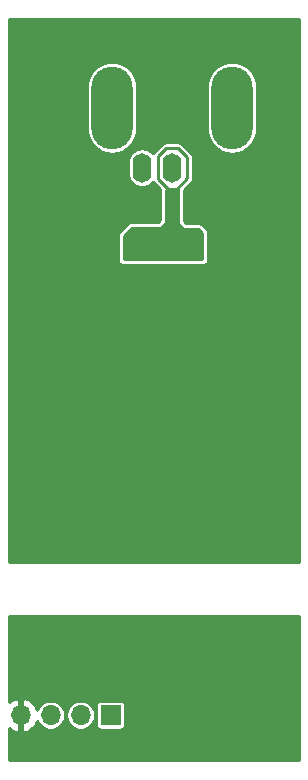
<source format=gbl>
%TF.GenerationSoftware,KiCad,Pcbnew,(5.1.10)-1*%
%TF.CreationDate,2021-06-08T21:02:16-05:00*%
%TF.ProjectId,phMeter,70684d65-7465-4722-9e6b-696361645f70,rev?*%
%TF.SameCoordinates,Original*%
%TF.FileFunction,Copper,L2,Bot*%
%TF.FilePolarity,Positive*%
%FSLAX46Y46*%
G04 Gerber Fmt 4.6, Leading zero omitted, Abs format (unit mm)*
G04 Created by KiCad (PCBNEW (5.1.10)-1) date 2021-06-08 21:02:16*
%MOMM*%
%LPD*%
G01*
G04 APERTURE LIST*
%TA.AperFunction,ComponentPad*%
%ADD10R,1.700000X1.700000*%
%TD*%
%TA.AperFunction,ComponentPad*%
%ADD11O,1.700000X1.700000*%
%TD*%
%TA.AperFunction,ComponentPad*%
%ADD12O,3.500000X7.000000*%
%TD*%
%TA.AperFunction,ComponentPad*%
%ADD13O,1.600000X2.500000*%
%TD*%
%TA.AperFunction,ViaPad*%
%ADD14C,0.800000*%
%TD*%
%TA.AperFunction,Conductor*%
%ADD15C,0.250000*%
%TD*%
%TA.AperFunction,Conductor*%
%ADD16C,0.254000*%
%TD*%
%TA.AperFunction,Conductor*%
%ADD17C,0.100000*%
%TD*%
G04 APERTURE END LIST*
D10*
%TO.P,J3,1*%
%TO.N,/SDA*%
X146177000Y-132969000D03*
D11*
%TO.P,J3,2*%
%TO.N,/SCL*%
X143637000Y-132969000D03*
%TO.P,J3,3*%
%TO.N,VDD*%
X141097000Y-132969000D03*
%TO.P,J3,4*%
%TO.N,GND*%
X138557000Y-132969000D03*
%TD*%
D12*
%TO.P,J1,S1*%
%TO.N,N/C*%
X146304000Y-81534000D03*
%TO.P,J1,S2*%
X156464000Y-81534000D03*
D13*
%TO.P,J1,1*%
%TO.N,Net-(J1-Pad1)*%
X151384000Y-86614000D03*
%TO.P,J1,2*%
%TO.N,Net-(J1-Pad2)*%
X148844000Y-86614000D03*
%TD*%
D14*
%TO.N,GND*%
X148082000Y-127254000D03*
X150876000Y-127254000D03*
X152146000Y-127254000D03*
X154686000Y-127254000D03*
X152146000Y-130302000D03*
X156464000Y-129286000D03*
X155448000Y-132334000D03*
X157226000Y-130556000D03*
X153065060Y-127674379D03*
%TO.N,/PROBE_V_OUT*%
X150622000Y-94107000D03*
X152146000Y-94107000D03*
X152146000Y-92837000D03*
%TO.N,GNDS*%
X154178000Y-117094000D03*
X152146000Y-117094000D03*
X150876000Y-117094000D03*
X148082000Y-117094000D03*
X146050000Y-117094000D03*
X144272000Y-117094000D03*
X143510000Y-114046000D03*
X157480000Y-115824000D03*
X158496000Y-116586000D03*
X148082000Y-109982000D03*
X149098000Y-109982000D03*
X150368000Y-105664000D03*
X149606000Y-108458000D03*
X150622000Y-95504000D03*
X141224000Y-95504000D03*
X143256000Y-82804000D03*
X143256000Y-83820000D03*
X138684000Y-83820000D03*
X147227209Y-105756791D03*
X139319000Y-87122000D03*
X139954000Y-98552000D03*
X143002000Y-81026000D03*
X143510000Y-109982000D03*
X145288000Y-109982000D03*
X149098000Y-98552000D03*
X144907000Y-104394000D03*
X152273000Y-104394000D03*
X150287490Y-114041593D03*
%TD*%
D15*
%TO.N,/PROBE_V_OUT*%
X151384000Y-88392000D02*
X151765000Y-88392000D01*
X151765000Y-88392000D02*
X152654000Y-87503000D01*
X152654000Y-87503000D02*
X152654000Y-85725000D01*
X152654000Y-85725000D02*
X151892000Y-84963000D01*
X150204990Y-87552361D02*
X150204990Y-85634010D01*
X151044629Y-88392000D02*
X150204990Y-87552361D01*
X151384000Y-88392000D02*
X151044629Y-88392000D01*
X150876000Y-84963000D02*
X151892000Y-84963000D01*
X150204990Y-85634010D02*
X150876000Y-84963000D01*
X151384000Y-93345000D02*
X152146000Y-94107000D01*
X151384000Y-88392000D02*
X151384000Y-93345000D01*
%TD*%
D16*
%TO.N,GND*%
X162154000Y-136754000D02*
X137566000Y-136754000D01*
X137566000Y-134073502D01*
X137790080Y-134240641D01*
X138052901Y-134365825D01*
X138200110Y-134410476D01*
X138430000Y-134289155D01*
X138430000Y-133096000D01*
X138410000Y-133096000D01*
X138410000Y-132842000D01*
X138430000Y-132842000D01*
X138430000Y-131648845D01*
X138684000Y-131648845D01*
X138684000Y-132842000D01*
X138704000Y-132842000D01*
X138704000Y-133096000D01*
X138684000Y-133096000D01*
X138684000Y-134289155D01*
X138913890Y-134410476D01*
X139061099Y-134365825D01*
X139323920Y-134240641D01*
X139557269Y-134066588D01*
X139752178Y-133850355D01*
X139901157Y-133600252D01*
X139958772Y-133437832D01*
X140006102Y-133552097D01*
X140140820Y-133753717D01*
X140312283Y-133925180D01*
X140513903Y-134059898D01*
X140737931Y-134152693D01*
X140975757Y-134200000D01*
X141218243Y-134200000D01*
X141456069Y-134152693D01*
X141680097Y-134059898D01*
X141881717Y-133925180D01*
X142053180Y-133753717D01*
X142187898Y-133552097D01*
X142280693Y-133328069D01*
X142328000Y-133090243D01*
X142328000Y-132847757D01*
X142406000Y-132847757D01*
X142406000Y-133090243D01*
X142453307Y-133328069D01*
X142546102Y-133552097D01*
X142680820Y-133753717D01*
X142852283Y-133925180D01*
X143053903Y-134059898D01*
X143277931Y-134152693D01*
X143515757Y-134200000D01*
X143758243Y-134200000D01*
X143996069Y-134152693D01*
X144220097Y-134059898D01*
X144421717Y-133925180D01*
X144593180Y-133753717D01*
X144727898Y-133552097D01*
X144820693Y-133328069D01*
X144868000Y-133090243D01*
X144868000Y-132847757D01*
X144820693Y-132609931D01*
X144727898Y-132385903D01*
X144593180Y-132184283D01*
X144527897Y-132119000D01*
X144944157Y-132119000D01*
X144944157Y-133819000D01*
X144951513Y-133893689D01*
X144973299Y-133965508D01*
X145008678Y-134031696D01*
X145056289Y-134089711D01*
X145114304Y-134137322D01*
X145180492Y-134172701D01*
X145252311Y-134194487D01*
X145327000Y-134201843D01*
X147027000Y-134201843D01*
X147101689Y-134194487D01*
X147173508Y-134172701D01*
X147239696Y-134137322D01*
X147297711Y-134089711D01*
X147345322Y-134031696D01*
X147380701Y-133965508D01*
X147402487Y-133893689D01*
X147409843Y-133819000D01*
X147409843Y-132119000D01*
X147402487Y-132044311D01*
X147380701Y-131972492D01*
X147345322Y-131906304D01*
X147297711Y-131848289D01*
X147239696Y-131800678D01*
X147173508Y-131765299D01*
X147101689Y-131743513D01*
X147027000Y-131736157D01*
X145327000Y-131736157D01*
X145252311Y-131743513D01*
X145180492Y-131765299D01*
X145114304Y-131800678D01*
X145056289Y-131848289D01*
X145008678Y-131906304D01*
X144973299Y-131972492D01*
X144951513Y-132044311D01*
X144944157Y-132119000D01*
X144527897Y-132119000D01*
X144421717Y-132012820D01*
X144220097Y-131878102D01*
X143996069Y-131785307D01*
X143758243Y-131738000D01*
X143515757Y-131738000D01*
X143277931Y-131785307D01*
X143053903Y-131878102D01*
X142852283Y-132012820D01*
X142680820Y-132184283D01*
X142546102Y-132385903D01*
X142453307Y-132609931D01*
X142406000Y-132847757D01*
X142328000Y-132847757D01*
X142280693Y-132609931D01*
X142187898Y-132385903D01*
X142053180Y-132184283D01*
X141881717Y-132012820D01*
X141680097Y-131878102D01*
X141456069Y-131785307D01*
X141218243Y-131738000D01*
X140975757Y-131738000D01*
X140737931Y-131785307D01*
X140513903Y-131878102D01*
X140312283Y-132012820D01*
X140140820Y-132184283D01*
X140006102Y-132385903D01*
X139958772Y-132500168D01*
X139901157Y-132337748D01*
X139752178Y-132087645D01*
X139557269Y-131871412D01*
X139323920Y-131697359D01*
X139061099Y-131572175D01*
X138913890Y-131527524D01*
X138684000Y-131648845D01*
X138430000Y-131648845D01*
X138200110Y-131527524D01*
X138052901Y-131572175D01*
X137790080Y-131697359D01*
X137566000Y-131864498D01*
X137566000Y-124587000D01*
X162154000Y-124587000D01*
X162154000Y-136754000D01*
%TA.AperFunction,Conductor*%
D17*
G36*
X162154000Y-136754000D02*
G01*
X137566000Y-136754000D01*
X137566000Y-134073502D01*
X137790080Y-134240641D01*
X138052901Y-134365825D01*
X138200110Y-134410476D01*
X138430000Y-134289155D01*
X138430000Y-133096000D01*
X138410000Y-133096000D01*
X138410000Y-132842000D01*
X138430000Y-132842000D01*
X138430000Y-131648845D01*
X138684000Y-131648845D01*
X138684000Y-132842000D01*
X138704000Y-132842000D01*
X138704000Y-133096000D01*
X138684000Y-133096000D01*
X138684000Y-134289155D01*
X138913890Y-134410476D01*
X139061099Y-134365825D01*
X139323920Y-134240641D01*
X139557269Y-134066588D01*
X139752178Y-133850355D01*
X139901157Y-133600252D01*
X139958772Y-133437832D01*
X140006102Y-133552097D01*
X140140820Y-133753717D01*
X140312283Y-133925180D01*
X140513903Y-134059898D01*
X140737931Y-134152693D01*
X140975757Y-134200000D01*
X141218243Y-134200000D01*
X141456069Y-134152693D01*
X141680097Y-134059898D01*
X141881717Y-133925180D01*
X142053180Y-133753717D01*
X142187898Y-133552097D01*
X142280693Y-133328069D01*
X142328000Y-133090243D01*
X142328000Y-132847757D01*
X142406000Y-132847757D01*
X142406000Y-133090243D01*
X142453307Y-133328069D01*
X142546102Y-133552097D01*
X142680820Y-133753717D01*
X142852283Y-133925180D01*
X143053903Y-134059898D01*
X143277931Y-134152693D01*
X143515757Y-134200000D01*
X143758243Y-134200000D01*
X143996069Y-134152693D01*
X144220097Y-134059898D01*
X144421717Y-133925180D01*
X144593180Y-133753717D01*
X144727898Y-133552097D01*
X144820693Y-133328069D01*
X144868000Y-133090243D01*
X144868000Y-132847757D01*
X144820693Y-132609931D01*
X144727898Y-132385903D01*
X144593180Y-132184283D01*
X144527897Y-132119000D01*
X144944157Y-132119000D01*
X144944157Y-133819000D01*
X144951513Y-133893689D01*
X144973299Y-133965508D01*
X145008678Y-134031696D01*
X145056289Y-134089711D01*
X145114304Y-134137322D01*
X145180492Y-134172701D01*
X145252311Y-134194487D01*
X145327000Y-134201843D01*
X147027000Y-134201843D01*
X147101689Y-134194487D01*
X147173508Y-134172701D01*
X147239696Y-134137322D01*
X147297711Y-134089711D01*
X147345322Y-134031696D01*
X147380701Y-133965508D01*
X147402487Y-133893689D01*
X147409843Y-133819000D01*
X147409843Y-132119000D01*
X147402487Y-132044311D01*
X147380701Y-131972492D01*
X147345322Y-131906304D01*
X147297711Y-131848289D01*
X147239696Y-131800678D01*
X147173508Y-131765299D01*
X147101689Y-131743513D01*
X147027000Y-131736157D01*
X145327000Y-131736157D01*
X145252311Y-131743513D01*
X145180492Y-131765299D01*
X145114304Y-131800678D01*
X145056289Y-131848289D01*
X145008678Y-131906304D01*
X144973299Y-131972492D01*
X144951513Y-132044311D01*
X144944157Y-132119000D01*
X144527897Y-132119000D01*
X144421717Y-132012820D01*
X144220097Y-131878102D01*
X143996069Y-131785307D01*
X143758243Y-131738000D01*
X143515757Y-131738000D01*
X143277931Y-131785307D01*
X143053903Y-131878102D01*
X142852283Y-132012820D01*
X142680820Y-132184283D01*
X142546102Y-132385903D01*
X142453307Y-132609931D01*
X142406000Y-132847757D01*
X142328000Y-132847757D01*
X142280693Y-132609931D01*
X142187898Y-132385903D01*
X142053180Y-132184283D01*
X141881717Y-132012820D01*
X141680097Y-131878102D01*
X141456069Y-131785307D01*
X141218243Y-131738000D01*
X140975757Y-131738000D01*
X140737931Y-131785307D01*
X140513903Y-131878102D01*
X140312283Y-132012820D01*
X140140820Y-132184283D01*
X140006102Y-132385903D01*
X139958772Y-132500168D01*
X139901157Y-132337748D01*
X139752178Y-132087645D01*
X139557269Y-131871412D01*
X139323920Y-131697359D01*
X139061099Y-131572175D01*
X138913890Y-131527524D01*
X138684000Y-131648845D01*
X138430000Y-131648845D01*
X138200110Y-131527524D01*
X138052901Y-131572175D01*
X137790080Y-131697359D01*
X137566000Y-131864498D01*
X137566000Y-124587000D01*
X162154000Y-124587000D01*
X162154000Y-136754000D01*
G37*
%TD.AperFunction*%
%TD*%
D16*
%TO.N,GNDS*%
X162154000Y-120015000D02*
X137566000Y-120015000D01*
X137566000Y-92329000D01*
X146812000Y-92329000D01*
X146812000Y-94488000D01*
X146819321Y-94562329D01*
X146841002Y-94633802D01*
X146876210Y-94699672D01*
X146923592Y-94757408D01*
X146981328Y-94804790D01*
X147047198Y-94839998D01*
X147118671Y-94861679D01*
X147193000Y-94869000D01*
X150449558Y-94869000D01*
X150545078Y-94888000D01*
X150698922Y-94888000D01*
X150794442Y-94869000D01*
X151973558Y-94869000D01*
X152069078Y-94888000D01*
X152222922Y-94888000D01*
X152318442Y-94869000D01*
X154051000Y-94869000D01*
X154125329Y-94861679D01*
X154196802Y-94839998D01*
X154262672Y-94804790D01*
X154320408Y-94757408D01*
X154367790Y-94699672D01*
X154402998Y-94633802D01*
X154424679Y-94562329D01*
X154432000Y-94488000D01*
X154432000Y-92075000D01*
X154424679Y-92000671D01*
X154402998Y-91929198D01*
X154367790Y-91863328D01*
X154320408Y-91805592D01*
X153939408Y-91424592D01*
X153881672Y-91377210D01*
X153815802Y-91342002D01*
X153744329Y-91320321D01*
X153670000Y-91313000D01*
X152557816Y-91313000D01*
X152400000Y-91155184D01*
X152400000Y-88472591D01*
X152994220Y-87878372D01*
X153013527Y-87862527D01*
X153076759Y-87785479D01*
X153123745Y-87697575D01*
X153152678Y-87602193D01*
X153160000Y-87527854D01*
X153160000Y-87527853D01*
X153162448Y-87503000D01*
X153160000Y-87478146D01*
X153160000Y-85749854D01*
X153162448Y-85725000D01*
X153152678Y-85625807D01*
X153123745Y-85530425D01*
X153076759Y-85442521D01*
X153013527Y-85365473D01*
X152994220Y-85349628D01*
X152267376Y-84622785D01*
X152251527Y-84603473D01*
X152174479Y-84540241D01*
X152086575Y-84493255D01*
X151991193Y-84464322D01*
X151916854Y-84457000D01*
X151916846Y-84457000D01*
X151892000Y-84454553D01*
X151867154Y-84457000D01*
X150900845Y-84457000D01*
X150875999Y-84454553D01*
X150851153Y-84457000D01*
X150851146Y-84457000D01*
X150786694Y-84463348D01*
X150776806Y-84464322D01*
X150754607Y-84471056D01*
X150681425Y-84493255D01*
X150593521Y-84540241D01*
X150516473Y-84603473D01*
X150500628Y-84622780D01*
X149864770Y-85258639D01*
X149845464Y-85274483D01*
X149782232Y-85351531D01*
X149774780Y-85365473D01*
X149751777Y-85408508D01*
X149683134Y-85324866D01*
X149503302Y-85177283D01*
X149298135Y-85067619D01*
X149075515Y-85000088D01*
X148844000Y-84977286D01*
X148612484Y-85000088D01*
X148389864Y-85067619D01*
X148184697Y-85177283D01*
X148004866Y-85324866D01*
X147857283Y-85504698D01*
X147747619Y-85709865D01*
X147680088Y-85932485D01*
X147663000Y-86105985D01*
X147663000Y-87122016D01*
X147680088Y-87295516D01*
X147747619Y-87518136D01*
X147857284Y-87723303D01*
X148004867Y-87903134D01*
X148184698Y-88050717D01*
X148389865Y-88160381D01*
X148612485Y-88227912D01*
X148844000Y-88250714D01*
X149075516Y-88227912D01*
X149298136Y-88160381D01*
X149503303Y-88050717D01*
X149683134Y-87903134D01*
X149765251Y-87803073D01*
X149782231Y-87834840D01*
X149845463Y-87911888D01*
X149864775Y-87927737D01*
X150368000Y-88430963D01*
X150368000Y-91028184D01*
X150210184Y-91186000D01*
X147955000Y-91186000D01*
X147880671Y-91193321D01*
X147809198Y-91215002D01*
X147743328Y-91250210D01*
X147685592Y-91297592D01*
X146923592Y-92059592D01*
X146876210Y-92117328D01*
X146841002Y-92183198D01*
X146819321Y-92254671D01*
X146812000Y-92329000D01*
X137566000Y-92329000D01*
X137566000Y-79679323D01*
X144173000Y-79679323D01*
X144173000Y-83388678D01*
X144203836Y-83701749D01*
X144325689Y-84103444D01*
X144523567Y-84473648D01*
X144789866Y-84798135D01*
X145114353Y-85064434D01*
X145484557Y-85262312D01*
X145886252Y-85384165D01*
X146304000Y-85425310D01*
X146721749Y-85384165D01*
X147123444Y-85262312D01*
X147493648Y-85064434D01*
X147818135Y-84798135D01*
X148084434Y-84473648D01*
X148282312Y-84103444D01*
X148404165Y-83701749D01*
X148435000Y-83388678D01*
X148435000Y-79679323D01*
X154333000Y-79679323D01*
X154333000Y-83388678D01*
X154363836Y-83701749D01*
X154485689Y-84103444D01*
X154683567Y-84473648D01*
X154949866Y-84798135D01*
X155274353Y-85064434D01*
X155644557Y-85262312D01*
X156046252Y-85384165D01*
X156464000Y-85425310D01*
X156881749Y-85384165D01*
X157283444Y-85262312D01*
X157653648Y-85064434D01*
X157978135Y-84798135D01*
X158244434Y-84473648D01*
X158442312Y-84103444D01*
X158564165Y-83701749D01*
X158595000Y-83388678D01*
X158595000Y-79679322D01*
X158564165Y-79366251D01*
X158442312Y-78964556D01*
X158244434Y-78594352D01*
X157978135Y-78269865D01*
X157653648Y-78003566D01*
X157283443Y-77805688D01*
X156881748Y-77683835D01*
X156464000Y-77642690D01*
X156046251Y-77683835D01*
X155644556Y-77805688D01*
X155274352Y-78003566D01*
X154949865Y-78269865D01*
X154683566Y-78594352D01*
X154485688Y-78964557D01*
X154363835Y-79366252D01*
X154333000Y-79679323D01*
X148435000Y-79679323D01*
X148435000Y-79679322D01*
X148404165Y-79366251D01*
X148282312Y-78964556D01*
X148084434Y-78594352D01*
X147818135Y-78269865D01*
X147493648Y-78003566D01*
X147123443Y-77805688D01*
X146721748Y-77683835D01*
X146304000Y-77642690D01*
X145886251Y-77683835D01*
X145484556Y-77805688D01*
X145114352Y-78003566D01*
X144789865Y-78269865D01*
X144523566Y-78594352D01*
X144325688Y-78964557D01*
X144203835Y-79366252D01*
X144173000Y-79679323D01*
X137566000Y-79679323D01*
X137566000Y-74066000D01*
X162154001Y-74066000D01*
X162154000Y-120015000D01*
%TA.AperFunction,Conductor*%
D17*
G36*
X162154000Y-120015000D02*
G01*
X137566000Y-120015000D01*
X137566000Y-92329000D01*
X146812000Y-92329000D01*
X146812000Y-94488000D01*
X146819321Y-94562329D01*
X146841002Y-94633802D01*
X146876210Y-94699672D01*
X146923592Y-94757408D01*
X146981328Y-94804790D01*
X147047198Y-94839998D01*
X147118671Y-94861679D01*
X147193000Y-94869000D01*
X150449558Y-94869000D01*
X150545078Y-94888000D01*
X150698922Y-94888000D01*
X150794442Y-94869000D01*
X151973558Y-94869000D01*
X152069078Y-94888000D01*
X152222922Y-94888000D01*
X152318442Y-94869000D01*
X154051000Y-94869000D01*
X154125329Y-94861679D01*
X154196802Y-94839998D01*
X154262672Y-94804790D01*
X154320408Y-94757408D01*
X154367790Y-94699672D01*
X154402998Y-94633802D01*
X154424679Y-94562329D01*
X154432000Y-94488000D01*
X154432000Y-92075000D01*
X154424679Y-92000671D01*
X154402998Y-91929198D01*
X154367790Y-91863328D01*
X154320408Y-91805592D01*
X153939408Y-91424592D01*
X153881672Y-91377210D01*
X153815802Y-91342002D01*
X153744329Y-91320321D01*
X153670000Y-91313000D01*
X152557816Y-91313000D01*
X152400000Y-91155184D01*
X152400000Y-88472591D01*
X152994220Y-87878372D01*
X153013527Y-87862527D01*
X153076759Y-87785479D01*
X153123745Y-87697575D01*
X153152678Y-87602193D01*
X153160000Y-87527854D01*
X153160000Y-87527853D01*
X153162448Y-87503000D01*
X153160000Y-87478146D01*
X153160000Y-85749854D01*
X153162448Y-85725000D01*
X153152678Y-85625807D01*
X153123745Y-85530425D01*
X153076759Y-85442521D01*
X153013527Y-85365473D01*
X152994220Y-85349628D01*
X152267376Y-84622785D01*
X152251527Y-84603473D01*
X152174479Y-84540241D01*
X152086575Y-84493255D01*
X151991193Y-84464322D01*
X151916854Y-84457000D01*
X151916846Y-84457000D01*
X151892000Y-84454553D01*
X151867154Y-84457000D01*
X150900845Y-84457000D01*
X150875999Y-84454553D01*
X150851153Y-84457000D01*
X150851146Y-84457000D01*
X150786694Y-84463348D01*
X150776806Y-84464322D01*
X150754607Y-84471056D01*
X150681425Y-84493255D01*
X150593521Y-84540241D01*
X150516473Y-84603473D01*
X150500628Y-84622780D01*
X149864770Y-85258639D01*
X149845464Y-85274483D01*
X149782232Y-85351531D01*
X149774780Y-85365473D01*
X149751777Y-85408508D01*
X149683134Y-85324866D01*
X149503302Y-85177283D01*
X149298135Y-85067619D01*
X149075515Y-85000088D01*
X148844000Y-84977286D01*
X148612484Y-85000088D01*
X148389864Y-85067619D01*
X148184697Y-85177283D01*
X148004866Y-85324866D01*
X147857283Y-85504698D01*
X147747619Y-85709865D01*
X147680088Y-85932485D01*
X147663000Y-86105985D01*
X147663000Y-87122016D01*
X147680088Y-87295516D01*
X147747619Y-87518136D01*
X147857284Y-87723303D01*
X148004867Y-87903134D01*
X148184698Y-88050717D01*
X148389865Y-88160381D01*
X148612485Y-88227912D01*
X148844000Y-88250714D01*
X149075516Y-88227912D01*
X149298136Y-88160381D01*
X149503303Y-88050717D01*
X149683134Y-87903134D01*
X149765251Y-87803073D01*
X149782231Y-87834840D01*
X149845463Y-87911888D01*
X149864775Y-87927737D01*
X150368000Y-88430963D01*
X150368000Y-91028184D01*
X150210184Y-91186000D01*
X147955000Y-91186000D01*
X147880671Y-91193321D01*
X147809198Y-91215002D01*
X147743328Y-91250210D01*
X147685592Y-91297592D01*
X146923592Y-92059592D01*
X146876210Y-92117328D01*
X146841002Y-92183198D01*
X146819321Y-92254671D01*
X146812000Y-92329000D01*
X137566000Y-92329000D01*
X137566000Y-79679323D01*
X144173000Y-79679323D01*
X144173000Y-83388678D01*
X144203836Y-83701749D01*
X144325689Y-84103444D01*
X144523567Y-84473648D01*
X144789866Y-84798135D01*
X145114353Y-85064434D01*
X145484557Y-85262312D01*
X145886252Y-85384165D01*
X146304000Y-85425310D01*
X146721749Y-85384165D01*
X147123444Y-85262312D01*
X147493648Y-85064434D01*
X147818135Y-84798135D01*
X148084434Y-84473648D01*
X148282312Y-84103444D01*
X148404165Y-83701749D01*
X148435000Y-83388678D01*
X148435000Y-79679323D01*
X154333000Y-79679323D01*
X154333000Y-83388678D01*
X154363836Y-83701749D01*
X154485689Y-84103444D01*
X154683567Y-84473648D01*
X154949866Y-84798135D01*
X155274353Y-85064434D01*
X155644557Y-85262312D01*
X156046252Y-85384165D01*
X156464000Y-85425310D01*
X156881749Y-85384165D01*
X157283444Y-85262312D01*
X157653648Y-85064434D01*
X157978135Y-84798135D01*
X158244434Y-84473648D01*
X158442312Y-84103444D01*
X158564165Y-83701749D01*
X158595000Y-83388678D01*
X158595000Y-79679322D01*
X158564165Y-79366251D01*
X158442312Y-78964556D01*
X158244434Y-78594352D01*
X157978135Y-78269865D01*
X157653648Y-78003566D01*
X157283443Y-77805688D01*
X156881748Y-77683835D01*
X156464000Y-77642690D01*
X156046251Y-77683835D01*
X155644556Y-77805688D01*
X155274352Y-78003566D01*
X154949865Y-78269865D01*
X154683566Y-78594352D01*
X154485688Y-78964557D01*
X154363835Y-79366252D01*
X154333000Y-79679323D01*
X148435000Y-79679323D01*
X148435000Y-79679322D01*
X148404165Y-79366251D01*
X148282312Y-78964556D01*
X148084434Y-78594352D01*
X147818135Y-78269865D01*
X147493648Y-78003566D01*
X147123443Y-77805688D01*
X146721748Y-77683835D01*
X146304000Y-77642690D01*
X145886251Y-77683835D01*
X145484556Y-77805688D01*
X145114352Y-78003566D01*
X144789865Y-78269865D01*
X144523566Y-78594352D01*
X144325688Y-78964557D01*
X144203835Y-79366252D01*
X144173000Y-79679323D01*
X137566000Y-79679323D01*
X137566000Y-74066000D01*
X162154001Y-74066000D01*
X162154000Y-120015000D01*
G37*
%TD.AperFunction*%
%TD*%
D16*
%TO.N,/PROBE_V_OUT*%
X151892000Y-91313000D02*
X151894440Y-91337776D01*
X151901667Y-91361601D01*
X151913403Y-91383557D01*
X151929197Y-91402803D01*
X152310197Y-91783803D01*
X152329443Y-91799597D01*
X152351399Y-91811333D01*
X152375224Y-91818560D01*
X152400000Y-91821000D01*
X153617394Y-91821000D01*
X153924000Y-92127606D01*
X153924000Y-94361000D01*
X147320000Y-94361000D01*
X147320000Y-92381606D01*
X148007606Y-91694000D01*
X150368000Y-91694000D01*
X150392776Y-91691560D01*
X150416601Y-91684333D01*
X150438557Y-91672597D01*
X150457803Y-91656803D01*
X150838803Y-91275803D01*
X150854597Y-91256557D01*
X150866333Y-91234601D01*
X150873560Y-91210776D01*
X150876000Y-91186000D01*
X150876000Y-88519000D01*
X151892000Y-88519000D01*
X151892000Y-91313000D01*
%TA.AperFunction,Conductor*%
D17*
G36*
X151892000Y-91313000D02*
G01*
X151894440Y-91337776D01*
X151901667Y-91361601D01*
X151913403Y-91383557D01*
X151929197Y-91402803D01*
X152310197Y-91783803D01*
X152329443Y-91799597D01*
X152351399Y-91811333D01*
X152375224Y-91818560D01*
X152400000Y-91821000D01*
X153617394Y-91821000D01*
X153924000Y-92127606D01*
X153924000Y-94361000D01*
X147320000Y-94361000D01*
X147320000Y-92381606D01*
X148007606Y-91694000D01*
X150368000Y-91694000D01*
X150392776Y-91691560D01*
X150416601Y-91684333D01*
X150438557Y-91672597D01*
X150457803Y-91656803D01*
X150838803Y-91275803D01*
X150854597Y-91256557D01*
X150866333Y-91234601D01*
X150873560Y-91210776D01*
X150876000Y-91186000D01*
X150876000Y-88519000D01*
X151892000Y-88519000D01*
X151892000Y-91313000D01*
G37*
%TD.AperFunction*%
%TD*%
M02*

</source>
